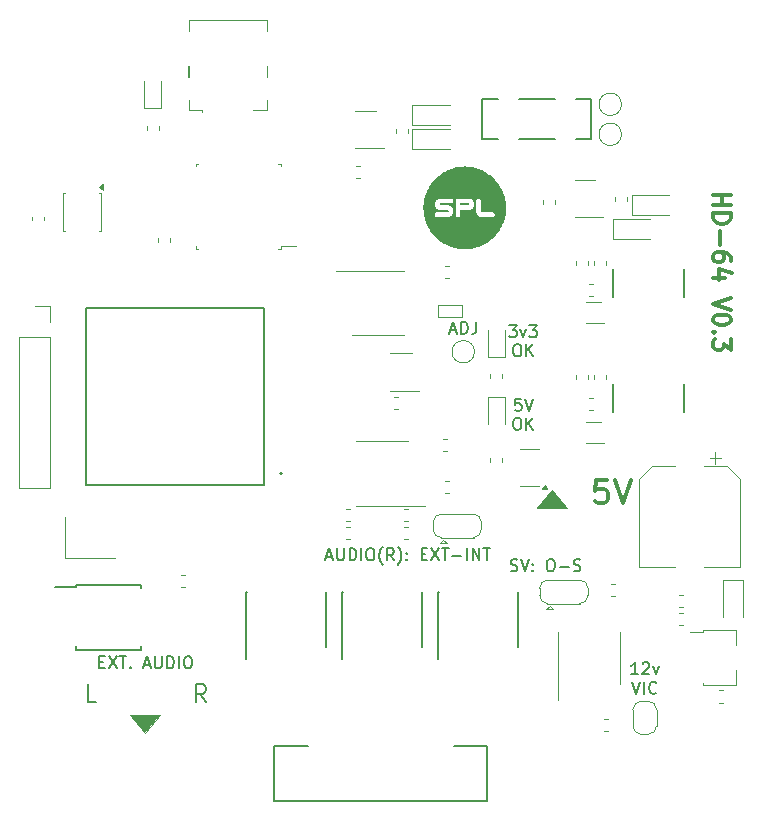
<source format=gbr>
%TF.GenerationSoftware,KiCad,Pcbnew,9.0.6*%
%TF.CreationDate,2025-12-06T17:10:21+01:00*%
%TF.ProjectId,hd_64_v0,68645f36-345f-4763-902e-6b696361645f,0.3*%
%TF.SameCoordinates,PX4737720PY55fe290*%
%TF.FileFunction,Legend,Top*%
%TF.FilePolarity,Positive*%
%FSLAX46Y46*%
G04 Gerber Fmt 4.6, Leading zero omitted, Abs format (unit mm)*
G04 Created by KiCad (PCBNEW 9.0.6) date 2025-12-06 17:10:21*
%MOMM*%
%LPD*%
G01*
G04 APERTURE LIST*
%ADD10C,0.120000*%
%ADD11C,0.300000*%
%ADD12C,0.200000*%
%ADD13C,0.000000*%
%ADD14C,0.150000*%
%ADD15C,0.127000*%
%ADD16C,0.152400*%
G04 APERTURE END LIST*
D10*
X11811000Y5715000D02*
X10541000Y7239000D01*
X13081000Y7239000D01*
X11811000Y5715000D01*
G36*
X11811000Y5715000D02*
G01*
X10541000Y7239000D01*
X13081000Y7239000D01*
X11811000Y5715000D01*
G37*
X47498000Y24765000D02*
X44958000Y24765000D01*
X46228000Y26289000D01*
X47498000Y24765000D01*
G36*
X47498000Y24765000D02*
G01*
X44958000Y24765000D01*
X46228000Y26289000D01*
X47498000Y24765000D01*
G37*
D11*
X50901939Y27152362D02*
X49949558Y27152362D01*
X49949558Y27152362D02*
X49854320Y26199981D01*
X49854320Y26199981D02*
X49949558Y26295220D01*
X49949558Y26295220D02*
X50140034Y26390458D01*
X50140034Y26390458D02*
X50616225Y26390458D01*
X50616225Y26390458D02*
X50806701Y26295220D01*
X50806701Y26295220D02*
X50901939Y26199981D01*
X50901939Y26199981D02*
X50997177Y26009505D01*
X50997177Y26009505D02*
X50997177Y25533315D01*
X50997177Y25533315D02*
X50901939Y25342839D01*
X50901939Y25342839D02*
X50806701Y25247600D01*
X50806701Y25247600D02*
X50616225Y25152362D01*
X50616225Y25152362D02*
X50140034Y25152362D01*
X50140034Y25152362D02*
X49949558Y25247600D01*
X49949558Y25247600D02*
X49854320Y25342839D01*
X51568606Y27152362D02*
X52235272Y25152362D01*
X52235272Y25152362D02*
X52901939Y27152362D01*
D12*
X42751619Y19450400D02*
X42894476Y19402781D01*
X42894476Y19402781D02*
X43132571Y19402781D01*
X43132571Y19402781D02*
X43227809Y19450400D01*
X43227809Y19450400D02*
X43275428Y19498020D01*
X43275428Y19498020D02*
X43323047Y19593258D01*
X43323047Y19593258D02*
X43323047Y19688496D01*
X43323047Y19688496D02*
X43275428Y19783734D01*
X43275428Y19783734D02*
X43227809Y19831353D01*
X43227809Y19831353D02*
X43132571Y19878972D01*
X43132571Y19878972D02*
X42942095Y19926591D01*
X42942095Y19926591D02*
X42846857Y19974210D01*
X42846857Y19974210D02*
X42799238Y20021829D01*
X42799238Y20021829D02*
X42751619Y20117067D01*
X42751619Y20117067D02*
X42751619Y20212305D01*
X42751619Y20212305D02*
X42799238Y20307543D01*
X42799238Y20307543D02*
X42846857Y20355162D01*
X42846857Y20355162D02*
X42942095Y20402781D01*
X42942095Y20402781D02*
X43180190Y20402781D01*
X43180190Y20402781D02*
X43323047Y20355162D01*
X43608762Y20402781D02*
X43942095Y19402781D01*
X43942095Y19402781D02*
X44275428Y20402781D01*
X44608762Y19498020D02*
X44656381Y19450400D01*
X44656381Y19450400D02*
X44608762Y19402781D01*
X44608762Y19402781D02*
X44561143Y19450400D01*
X44561143Y19450400D02*
X44608762Y19498020D01*
X44608762Y19498020D02*
X44608762Y19402781D01*
X44608762Y20021829D02*
X44656381Y19974210D01*
X44656381Y19974210D02*
X44608762Y19926591D01*
X44608762Y19926591D02*
X44561143Y19974210D01*
X44561143Y19974210D02*
X44608762Y20021829D01*
X44608762Y20021829D02*
X44608762Y19926591D01*
X46037333Y20402781D02*
X46227809Y20402781D01*
X46227809Y20402781D02*
X46323047Y20355162D01*
X46323047Y20355162D02*
X46418285Y20259924D01*
X46418285Y20259924D02*
X46465904Y20069448D01*
X46465904Y20069448D02*
X46465904Y19736115D01*
X46465904Y19736115D02*
X46418285Y19545639D01*
X46418285Y19545639D02*
X46323047Y19450400D01*
X46323047Y19450400D02*
X46227809Y19402781D01*
X46227809Y19402781D02*
X46037333Y19402781D01*
X46037333Y19402781D02*
X45942095Y19450400D01*
X45942095Y19450400D02*
X45846857Y19545639D01*
X45846857Y19545639D02*
X45799238Y19736115D01*
X45799238Y19736115D02*
X45799238Y20069448D01*
X45799238Y20069448D02*
X45846857Y20259924D01*
X45846857Y20259924D02*
X45942095Y20355162D01*
X45942095Y20355162D02*
X46037333Y20402781D01*
X46894476Y19783734D02*
X47656381Y19783734D01*
X48084952Y19450400D02*
X48227809Y19402781D01*
X48227809Y19402781D02*
X48465904Y19402781D01*
X48465904Y19402781D02*
X48561142Y19450400D01*
X48561142Y19450400D02*
X48608761Y19498020D01*
X48608761Y19498020D02*
X48656380Y19593258D01*
X48656380Y19593258D02*
X48656380Y19688496D01*
X48656380Y19688496D02*
X48608761Y19783734D01*
X48608761Y19783734D02*
X48561142Y19831353D01*
X48561142Y19831353D02*
X48465904Y19878972D01*
X48465904Y19878972D02*
X48275428Y19926591D01*
X48275428Y19926591D02*
X48180190Y19974210D01*
X48180190Y19974210D02*
X48132571Y20021829D01*
X48132571Y20021829D02*
X48084952Y20117067D01*
X48084952Y20117067D02*
X48084952Y20212305D01*
X48084952Y20212305D02*
X48132571Y20307543D01*
X48132571Y20307543D02*
X48180190Y20355162D01*
X48180190Y20355162D02*
X48275428Y20402781D01*
X48275428Y20402781D02*
X48513523Y20402781D01*
X48513523Y20402781D02*
X48656380Y20355162D01*
D11*
X59889171Y51261490D02*
X61389171Y51261490D01*
X60674885Y51261490D02*
X60674885Y50404347D01*
X59889171Y50404347D02*
X61389171Y50404347D01*
X59889171Y49690061D02*
X61389171Y49690061D01*
X61389171Y49690061D02*
X61389171Y49332918D01*
X61389171Y49332918D02*
X61317742Y49118632D01*
X61317742Y49118632D02*
X61174885Y48975775D01*
X61174885Y48975775D02*
X61032028Y48904346D01*
X61032028Y48904346D02*
X60746314Y48832918D01*
X60746314Y48832918D02*
X60532028Y48832918D01*
X60532028Y48832918D02*
X60246314Y48904346D01*
X60246314Y48904346D02*
X60103457Y48975775D01*
X60103457Y48975775D02*
X59960600Y49118632D01*
X59960600Y49118632D02*
X59889171Y49332918D01*
X59889171Y49332918D02*
X59889171Y49690061D01*
X60460600Y48190061D02*
X60460600Y47047203D01*
X61389171Y45690060D02*
X61389171Y45975775D01*
X61389171Y45975775D02*
X61317742Y46118632D01*
X61317742Y46118632D02*
X61246314Y46190060D01*
X61246314Y46190060D02*
X61032028Y46332918D01*
X61032028Y46332918D02*
X60746314Y46404346D01*
X60746314Y46404346D02*
X60174885Y46404346D01*
X60174885Y46404346D02*
X60032028Y46332918D01*
X60032028Y46332918D02*
X59960600Y46261489D01*
X59960600Y46261489D02*
X59889171Y46118632D01*
X59889171Y46118632D02*
X59889171Y45832918D01*
X59889171Y45832918D02*
X59960600Y45690060D01*
X59960600Y45690060D02*
X60032028Y45618632D01*
X60032028Y45618632D02*
X60174885Y45547203D01*
X60174885Y45547203D02*
X60532028Y45547203D01*
X60532028Y45547203D02*
X60674885Y45618632D01*
X60674885Y45618632D02*
X60746314Y45690060D01*
X60746314Y45690060D02*
X60817742Y45832918D01*
X60817742Y45832918D02*
X60817742Y46118632D01*
X60817742Y46118632D02*
X60746314Y46261489D01*
X60746314Y46261489D02*
X60674885Y46332918D01*
X60674885Y46332918D02*
X60532028Y46404346D01*
X60889171Y44261489D02*
X59889171Y44261489D01*
X61460600Y44618632D02*
X60389171Y44975775D01*
X60389171Y44975775D02*
X60389171Y44047204D01*
X61389171Y42547204D02*
X59889171Y42047204D01*
X59889171Y42047204D02*
X61389171Y41547204D01*
X61389171Y40761490D02*
X61389171Y40618633D01*
X61389171Y40618633D02*
X61317742Y40475776D01*
X61317742Y40475776D02*
X61246314Y40404347D01*
X61246314Y40404347D02*
X61103457Y40332919D01*
X61103457Y40332919D02*
X60817742Y40261490D01*
X60817742Y40261490D02*
X60460600Y40261490D01*
X60460600Y40261490D02*
X60174885Y40332919D01*
X60174885Y40332919D02*
X60032028Y40404347D01*
X60032028Y40404347D02*
X59960600Y40475776D01*
X59960600Y40475776D02*
X59889171Y40618633D01*
X59889171Y40618633D02*
X59889171Y40761490D01*
X59889171Y40761490D02*
X59960600Y40904347D01*
X59960600Y40904347D02*
X60032028Y40975776D01*
X60032028Y40975776D02*
X60174885Y41047205D01*
X60174885Y41047205D02*
X60460600Y41118633D01*
X60460600Y41118633D02*
X60817742Y41118633D01*
X60817742Y41118633D02*
X61103457Y41047205D01*
X61103457Y41047205D02*
X61246314Y40975776D01*
X61246314Y40975776D02*
X61317742Y40904347D01*
X61317742Y40904347D02*
X61389171Y40761490D01*
X60032028Y39618634D02*
X59960600Y39547205D01*
X59960600Y39547205D02*
X59889171Y39618634D01*
X59889171Y39618634D02*
X59960600Y39690062D01*
X59960600Y39690062D02*
X60032028Y39618634D01*
X60032028Y39618634D02*
X59889171Y39618634D01*
X61389171Y39047205D02*
X61389171Y38118633D01*
X61389171Y38118633D02*
X60817742Y38618633D01*
X60817742Y38618633D02*
X60817742Y38404348D01*
X60817742Y38404348D02*
X60746314Y38261490D01*
X60746314Y38261490D02*
X60674885Y38190062D01*
X60674885Y38190062D02*
X60532028Y38118633D01*
X60532028Y38118633D02*
X60174885Y38118633D01*
X60174885Y38118633D02*
X60032028Y38190062D01*
X60032028Y38190062D02*
X59960600Y38261490D01*
X59960600Y38261490D02*
X59889171Y38404348D01*
X59889171Y38404348D02*
X59889171Y38832919D01*
X59889171Y38832919D02*
X59960600Y38975776D01*
X59960600Y38975776D02*
X60032028Y39047205D01*
D12*
X7680006Y8321972D02*
X6965720Y8321972D01*
X6965720Y8321972D02*
X6965720Y9821972D01*
X53530571Y10673781D02*
X52959143Y10673781D01*
X53244857Y10673781D02*
X53244857Y11673781D01*
X53244857Y11673781D02*
X53149619Y11530924D01*
X53149619Y11530924D02*
X53054381Y11435686D01*
X53054381Y11435686D02*
X52959143Y11388067D01*
X53911524Y11578543D02*
X53959143Y11626162D01*
X53959143Y11626162D02*
X54054381Y11673781D01*
X54054381Y11673781D02*
X54292476Y11673781D01*
X54292476Y11673781D02*
X54387714Y11626162D01*
X54387714Y11626162D02*
X54435333Y11578543D01*
X54435333Y11578543D02*
X54482952Y11483305D01*
X54482952Y11483305D02*
X54482952Y11388067D01*
X54482952Y11388067D02*
X54435333Y11245210D01*
X54435333Y11245210D02*
X53863905Y10673781D01*
X53863905Y10673781D02*
X54482952Y10673781D01*
X54816286Y11340448D02*
X55054381Y10673781D01*
X55054381Y10673781D02*
X55292476Y11340448D01*
X37660054Y39788496D02*
X38136244Y39788496D01*
X37564816Y39502781D02*
X37898149Y40502781D01*
X37898149Y40502781D02*
X38231482Y39502781D01*
X38564816Y39502781D02*
X38564816Y40502781D01*
X38564816Y40502781D02*
X38802911Y40502781D01*
X38802911Y40502781D02*
X38945768Y40455162D01*
X38945768Y40455162D02*
X39041006Y40359924D01*
X39041006Y40359924D02*
X39088625Y40264686D01*
X39088625Y40264686D02*
X39136244Y40074210D01*
X39136244Y40074210D02*
X39136244Y39931353D01*
X39136244Y39931353D02*
X39088625Y39740877D01*
X39088625Y39740877D02*
X39041006Y39645639D01*
X39041006Y39645639D02*
X38945768Y39550400D01*
X38945768Y39550400D02*
X38802911Y39502781D01*
X38802911Y39502781D02*
X38564816Y39502781D01*
X39850530Y40502781D02*
X39850530Y39788496D01*
X39850530Y39788496D02*
X39802911Y39645639D01*
X39802911Y39645639D02*
X39707673Y39550400D01*
X39707673Y39550400D02*
X39564816Y39502781D01*
X39564816Y39502781D02*
X39469578Y39502781D01*
X53030572Y10022781D02*
X53363905Y9022781D01*
X53363905Y9022781D02*
X53697238Y10022781D01*
X54030572Y9022781D02*
X54030572Y10022781D01*
X55078190Y9118020D02*
X55030571Y9070400D01*
X55030571Y9070400D02*
X54887714Y9022781D01*
X54887714Y9022781D02*
X54792476Y9022781D01*
X54792476Y9022781D02*
X54649619Y9070400D01*
X54649619Y9070400D02*
X54554381Y9165639D01*
X54554381Y9165639D02*
X54506762Y9260877D01*
X54506762Y9260877D02*
X54459143Y9451353D01*
X54459143Y9451353D02*
X54459143Y9594210D01*
X54459143Y9594210D02*
X54506762Y9784686D01*
X54506762Y9784686D02*
X54554381Y9879924D01*
X54554381Y9879924D02*
X54649619Y9975162D01*
X54649619Y9975162D02*
X54792476Y10022781D01*
X54792476Y10022781D02*
X54887714Y10022781D01*
X54887714Y10022781D02*
X55030571Y9975162D01*
X55030571Y9975162D02*
X55078190Y9927543D01*
X43624523Y33984725D02*
X43148333Y33984725D01*
X43148333Y33984725D02*
X43100714Y33508535D01*
X43100714Y33508535D02*
X43148333Y33556154D01*
X43148333Y33556154D02*
X43243571Y33603773D01*
X43243571Y33603773D02*
X43481666Y33603773D01*
X43481666Y33603773D02*
X43576904Y33556154D01*
X43576904Y33556154D02*
X43624523Y33508535D01*
X43624523Y33508535D02*
X43672142Y33413297D01*
X43672142Y33413297D02*
X43672142Y33175202D01*
X43672142Y33175202D02*
X43624523Y33079964D01*
X43624523Y33079964D02*
X43576904Y33032344D01*
X43576904Y33032344D02*
X43481666Y32984725D01*
X43481666Y32984725D02*
X43243571Y32984725D01*
X43243571Y32984725D02*
X43148333Y33032344D01*
X43148333Y33032344D02*
X43100714Y33079964D01*
X43957857Y33984725D02*
X44291190Y32984725D01*
X44291190Y32984725D02*
X44624523Y33984725D01*
X43219762Y32374781D02*
X43410238Y32374781D01*
X43410238Y32374781D02*
X43505476Y32327162D01*
X43505476Y32327162D02*
X43600714Y32231924D01*
X43600714Y32231924D02*
X43648333Y32041448D01*
X43648333Y32041448D02*
X43648333Y31708115D01*
X43648333Y31708115D02*
X43600714Y31517639D01*
X43600714Y31517639D02*
X43505476Y31422400D01*
X43505476Y31422400D02*
X43410238Y31374781D01*
X43410238Y31374781D02*
X43219762Y31374781D01*
X43219762Y31374781D02*
X43124524Y31422400D01*
X43124524Y31422400D02*
X43029286Y31517639D01*
X43029286Y31517639D02*
X42981667Y31708115D01*
X42981667Y31708115D02*
X42981667Y32041448D01*
X42981667Y32041448D02*
X43029286Y32231924D01*
X43029286Y32231924D02*
X43124524Y32327162D01*
X43124524Y32327162D02*
X43219762Y32374781D01*
X44076905Y31374781D02*
X44076905Y32374781D01*
X44648333Y31374781D02*
X44219762Y31946210D01*
X44648333Y32374781D02*
X44076905Y31803353D01*
X42624524Y40207725D02*
X43243571Y40207725D01*
X43243571Y40207725D02*
X42910238Y39826773D01*
X42910238Y39826773D02*
X43053095Y39826773D01*
X43053095Y39826773D02*
X43148333Y39779154D01*
X43148333Y39779154D02*
X43195952Y39731535D01*
X43195952Y39731535D02*
X43243571Y39636297D01*
X43243571Y39636297D02*
X43243571Y39398202D01*
X43243571Y39398202D02*
X43195952Y39302964D01*
X43195952Y39302964D02*
X43148333Y39255344D01*
X43148333Y39255344D02*
X43053095Y39207725D01*
X43053095Y39207725D02*
X42767381Y39207725D01*
X42767381Y39207725D02*
X42672143Y39255344D01*
X42672143Y39255344D02*
X42624524Y39302964D01*
X43576905Y39874392D02*
X43815000Y39207725D01*
X43815000Y39207725D02*
X44053095Y39874392D01*
X44338810Y40207725D02*
X44957857Y40207725D01*
X44957857Y40207725D02*
X44624524Y39826773D01*
X44624524Y39826773D02*
X44767381Y39826773D01*
X44767381Y39826773D02*
X44862619Y39779154D01*
X44862619Y39779154D02*
X44910238Y39731535D01*
X44910238Y39731535D02*
X44957857Y39636297D01*
X44957857Y39636297D02*
X44957857Y39398202D01*
X44957857Y39398202D02*
X44910238Y39302964D01*
X44910238Y39302964D02*
X44862619Y39255344D01*
X44862619Y39255344D02*
X44767381Y39207725D01*
X44767381Y39207725D02*
X44481667Y39207725D01*
X44481667Y39207725D02*
X44386429Y39255344D01*
X44386429Y39255344D02*
X44338810Y39302964D01*
X43219762Y38597781D02*
X43410238Y38597781D01*
X43410238Y38597781D02*
X43505476Y38550162D01*
X43505476Y38550162D02*
X43600714Y38454924D01*
X43600714Y38454924D02*
X43648333Y38264448D01*
X43648333Y38264448D02*
X43648333Y37931115D01*
X43648333Y37931115D02*
X43600714Y37740639D01*
X43600714Y37740639D02*
X43505476Y37645400D01*
X43505476Y37645400D02*
X43410238Y37597781D01*
X43410238Y37597781D02*
X43219762Y37597781D01*
X43219762Y37597781D02*
X43124524Y37645400D01*
X43124524Y37645400D02*
X43029286Y37740639D01*
X43029286Y37740639D02*
X42981667Y37931115D01*
X42981667Y37931115D02*
X42981667Y38264448D01*
X42981667Y38264448D02*
X43029286Y38454924D01*
X43029286Y38454924D02*
X43124524Y38550162D01*
X43124524Y38550162D02*
X43219762Y38597781D01*
X44076905Y37597781D02*
X44076905Y38597781D01*
X44648333Y37597781D02*
X44219762Y38169210D01*
X44648333Y38597781D02*
X44076905Y38026353D01*
X7906238Y11705591D02*
X8239571Y11705591D01*
X8382428Y11181781D02*
X7906238Y11181781D01*
X7906238Y11181781D02*
X7906238Y12181781D01*
X7906238Y12181781D02*
X8382428Y12181781D01*
X8715762Y12181781D02*
X9382428Y11181781D01*
X9382428Y12181781D02*
X8715762Y11181781D01*
X9620524Y12181781D02*
X10191952Y12181781D01*
X9906238Y11181781D02*
X9906238Y12181781D01*
X10525286Y11277020D02*
X10572905Y11229400D01*
X10572905Y11229400D02*
X10525286Y11181781D01*
X10525286Y11181781D02*
X10477667Y11229400D01*
X10477667Y11229400D02*
X10525286Y11277020D01*
X10525286Y11277020D02*
X10525286Y11181781D01*
X11715762Y11467496D02*
X12191952Y11467496D01*
X11620524Y11181781D02*
X11953857Y12181781D01*
X11953857Y12181781D02*
X12287190Y11181781D01*
X12620524Y12181781D02*
X12620524Y11372258D01*
X12620524Y11372258D02*
X12668143Y11277020D01*
X12668143Y11277020D02*
X12715762Y11229400D01*
X12715762Y11229400D02*
X12811000Y11181781D01*
X12811000Y11181781D02*
X13001476Y11181781D01*
X13001476Y11181781D02*
X13096714Y11229400D01*
X13096714Y11229400D02*
X13144333Y11277020D01*
X13144333Y11277020D02*
X13191952Y11372258D01*
X13191952Y11372258D02*
X13191952Y12181781D01*
X13668143Y11181781D02*
X13668143Y12181781D01*
X13668143Y12181781D02*
X13906238Y12181781D01*
X13906238Y12181781D02*
X14049095Y12134162D01*
X14049095Y12134162D02*
X14144333Y12038924D01*
X14144333Y12038924D02*
X14191952Y11943686D01*
X14191952Y11943686D02*
X14239571Y11753210D01*
X14239571Y11753210D02*
X14239571Y11610353D01*
X14239571Y11610353D02*
X14191952Y11419877D01*
X14191952Y11419877D02*
X14144333Y11324639D01*
X14144333Y11324639D02*
X14049095Y11229400D01*
X14049095Y11229400D02*
X13906238Y11181781D01*
X13906238Y11181781D02*
X13668143Y11181781D01*
X14668143Y11181781D02*
X14668143Y12181781D01*
X15334809Y12181781D02*
X15525285Y12181781D01*
X15525285Y12181781D02*
X15620523Y12134162D01*
X15620523Y12134162D02*
X15715761Y12038924D01*
X15715761Y12038924D02*
X15763380Y11848448D01*
X15763380Y11848448D02*
X15763380Y11515115D01*
X15763380Y11515115D02*
X15715761Y11324639D01*
X15715761Y11324639D02*
X15620523Y11229400D01*
X15620523Y11229400D02*
X15525285Y11181781D01*
X15525285Y11181781D02*
X15334809Y11181781D01*
X15334809Y11181781D02*
X15239571Y11229400D01*
X15239571Y11229400D02*
X15144333Y11324639D01*
X15144333Y11324639D02*
X15096714Y11515115D01*
X15096714Y11515115D02*
X15096714Y11848448D01*
X15096714Y11848448D02*
X15144333Y12038924D01*
X15144333Y12038924D02*
X15239571Y12134162D01*
X15239571Y12134162D02*
X15334809Y12181781D01*
X27155048Y20611496D02*
X27631238Y20611496D01*
X27059810Y20325781D02*
X27393143Y21325781D01*
X27393143Y21325781D02*
X27726476Y20325781D01*
X28059810Y21325781D02*
X28059810Y20516258D01*
X28059810Y20516258D02*
X28107429Y20421020D01*
X28107429Y20421020D02*
X28155048Y20373400D01*
X28155048Y20373400D02*
X28250286Y20325781D01*
X28250286Y20325781D02*
X28440762Y20325781D01*
X28440762Y20325781D02*
X28536000Y20373400D01*
X28536000Y20373400D02*
X28583619Y20421020D01*
X28583619Y20421020D02*
X28631238Y20516258D01*
X28631238Y20516258D02*
X28631238Y21325781D01*
X29107429Y20325781D02*
X29107429Y21325781D01*
X29107429Y21325781D02*
X29345524Y21325781D01*
X29345524Y21325781D02*
X29488381Y21278162D01*
X29488381Y21278162D02*
X29583619Y21182924D01*
X29583619Y21182924D02*
X29631238Y21087686D01*
X29631238Y21087686D02*
X29678857Y20897210D01*
X29678857Y20897210D02*
X29678857Y20754353D01*
X29678857Y20754353D02*
X29631238Y20563877D01*
X29631238Y20563877D02*
X29583619Y20468639D01*
X29583619Y20468639D02*
X29488381Y20373400D01*
X29488381Y20373400D02*
X29345524Y20325781D01*
X29345524Y20325781D02*
X29107429Y20325781D01*
X30107429Y20325781D02*
X30107429Y21325781D01*
X30774095Y21325781D02*
X30964571Y21325781D01*
X30964571Y21325781D02*
X31059809Y21278162D01*
X31059809Y21278162D02*
X31155047Y21182924D01*
X31155047Y21182924D02*
X31202666Y20992448D01*
X31202666Y20992448D02*
X31202666Y20659115D01*
X31202666Y20659115D02*
X31155047Y20468639D01*
X31155047Y20468639D02*
X31059809Y20373400D01*
X31059809Y20373400D02*
X30964571Y20325781D01*
X30964571Y20325781D02*
X30774095Y20325781D01*
X30774095Y20325781D02*
X30678857Y20373400D01*
X30678857Y20373400D02*
X30583619Y20468639D01*
X30583619Y20468639D02*
X30536000Y20659115D01*
X30536000Y20659115D02*
X30536000Y20992448D01*
X30536000Y20992448D02*
X30583619Y21182924D01*
X30583619Y21182924D02*
X30678857Y21278162D01*
X30678857Y21278162D02*
X30774095Y21325781D01*
X31916952Y19944829D02*
X31869333Y19992448D01*
X31869333Y19992448D02*
X31774095Y20135305D01*
X31774095Y20135305D02*
X31726476Y20230543D01*
X31726476Y20230543D02*
X31678857Y20373400D01*
X31678857Y20373400D02*
X31631238Y20611496D01*
X31631238Y20611496D02*
X31631238Y20801972D01*
X31631238Y20801972D02*
X31678857Y21040067D01*
X31678857Y21040067D02*
X31726476Y21182924D01*
X31726476Y21182924D02*
X31774095Y21278162D01*
X31774095Y21278162D02*
X31869333Y21421020D01*
X31869333Y21421020D02*
X31916952Y21468639D01*
X32869333Y20325781D02*
X32536000Y20801972D01*
X32297905Y20325781D02*
X32297905Y21325781D01*
X32297905Y21325781D02*
X32678857Y21325781D01*
X32678857Y21325781D02*
X32774095Y21278162D01*
X32774095Y21278162D02*
X32821714Y21230543D01*
X32821714Y21230543D02*
X32869333Y21135305D01*
X32869333Y21135305D02*
X32869333Y20992448D01*
X32869333Y20992448D02*
X32821714Y20897210D01*
X32821714Y20897210D02*
X32774095Y20849591D01*
X32774095Y20849591D02*
X32678857Y20801972D01*
X32678857Y20801972D02*
X32297905Y20801972D01*
X33202667Y19944829D02*
X33250286Y19992448D01*
X33250286Y19992448D02*
X33345524Y20135305D01*
X33345524Y20135305D02*
X33393143Y20230543D01*
X33393143Y20230543D02*
X33440762Y20373400D01*
X33440762Y20373400D02*
X33488381Y20611496D01*
X33488381Y20611496D02*
X33488381Y20801972D01*
X33488381Y20801972D02*
X33440762Y21040067D01*
X33440762Y21040067D02*
X33393143Y21182924D01*
X33393143Y21182924D02*
X33345524Y21278162D01*
X33345524Y21278162D02*
X33250286Y21421020D01*
X33250286Y21421020D02*
X33202667Y21468639D01*
X33964572Y20421020D02*
X34012191Y20373400D01*
X34012191Y20373400D02*
X33964572Y20325781D01*
X33964572Y20325781D02*
X33916953Y20373400D01*
X33916953Y20373400D02*
X33964572Y20421020D01*
X33964572Y20421020D02*
X33964572Y20325781D01*
X33964572Y20944829D02*
X34012191Y20897210D01*
X34012191Y20897210D02*
X33964572Y20849591D01*
X33964572Y20849591D02*
X33916953Y20897210D01*
X33916953Y20897210D02*
X33964572Y20944829D01*
X33964572Y20944829D02*
X33964572Y20849591D01*
X35202667Y20849591D02*
X35536000Y20849591D01*
X35678857Y20325781D02*
X35202667Y20325781D01*
X35202667Y20325781D02*
X35202667Y21325781D01*
X35202667Y21325781D02*
X35678857Y21325781D01*
X36012191Y21325781D02*
X36678857Y20325781D01*
X36678857Y21325781D02*
X36012191Y20325781D01*
X36916953Y21325781D02*
X37488381Y21325781D01*
X37202667Y20325781D02*
X37202667Y21325781D01*
X37821715Y20706734D02*
X38583620Y20706734D01*
X39059810Y20325781D02*
X39059810Y21325781D01*
X39536000Y20325781D02*
X39536000Y21325781D01*
X39536000Y21325781D02*
X40107428Y20325781D01*
X40107428Y20325781D02*
X40107428Y21325781D01*
X40440762Y21325781D02*
X41012190Y21325781D01*
X40726476Y20325781D02*
X40726476Y21325781D01*
X16966863Y8321972D02*
X16466863Y9036258D01*
X16109720Y8321972D02*
X16109720Y9821972D01*
X16109720Y9821972D02*
X16681149Y9821972D01*
X16681149Y9821972D02*
X16824006Y9750543D01*
X16824006Y9750543D02*
X16895435Y9679115D01*
X16895435Y9679115D02*
X16966863Y9536258D01*
X16966863Y9536258D02*
X16966863Y9321972D01*
X16966863Y9321972D02*
X16895435Y9179115D01*
X16895435Y9179115D02*
X16824006Y9107686D01*
X16824006Y9107686D02*
X16681149Y9036258D01*
X16681149Y9036258D02*
X16109720Y9036258D01*
D10*
X2214000Y49094721D02*
X2214000Y49420281D01*
X3234000Y49094721D02*
X3234000Y49420281D01*
D13*
G36*
X38835798Y50542479D02*
G01*
X39182954Y50541858D01*
X39198403Y50534252D01*
X39215456Y50523732D01*
X39229011Y50510454D01*
X39239748Y50493739D01*
X39240587Y50492068D01*
X39244335Y50483987D01*
X39246604Y50477311D01*
X39247755Y50470297D01*
X39248152Y50461203D01*
X39248181Y50455568D01*
X39247986Y50444670D01*
X39247181Y50436665D01*
X39245416Y50429786D01*
X39242338Y50422265D01*
X39240978Y50419350D01*
X39230884Y50402962D01*
X39217502Y50388649D01*
X39201937Y50377540D01*
X39198197Y50375573D01*
X39185188Y50369180D01*
X38836915Y50368559D01*
X38488642Y50367939D01*
X38488642Y50455519D01*
X38488642Y50543099D01*
X38835798Y50542479D01*
G37*
G36*
X38964041Y53662572D02*
G01*
X39052940Y53659090D01*
X39123351Y53654617D01*
X39251305Y53642664D01*
X39378302Y53626154D01*
X39504259Y53605113D01*
X39629095Y53579565D01*
X39752730Y53549536D01*
X39875081Y53515051D01*
X39996067Y53476136D01*
X40115608Y53432815D01*
X40233622Y53385114D01*
X40350028Y53333059D01*
X40464744Y53276674D01*
X40577689Y53215984D01*
X40629405Y53186409D01*
X40737597Y53120635D01*
X40843228Y53050992D01*
X40946196Y52977573D01*
X41046402Y52900475D01*
X41143744Y52819792D01*
X41238122Y52735620D01*
X41329436Y52648053D01*
X41417585Y52557186D01*
X41502469Y52463115D01*
X41583987Y52365935D01*
X41662039Y52265741D01*
X41736524Y52162628D01*
X41782160Y52095324D01*
X41832214Y52017837D01*
X41878669Y51942148D01*
X41921897Y51867607D01*
X41962271Y51793560D01*
X42000162Y51719355D01*
X42020066Y51678266D01*
X42073301Y51561233D01*
X42121941Y51443752D01*
X42166030Y51325658D01*
X42205608Y51206782D01*
X42240721Y51086957D01*
X42271410Y50966016D01*
X42297719Y50843792D01*
X42319690Y50720119D01*
X42337367Y50594828D01*
X42350793Y50467753D01*
X42358725Y50361013D01*
X42359646Y50342463D01*
X42360430Y50319923D01*
X42361079Y50294026D01*
X42361593Y50265407D01*
X42361971Y50234699D01*
X42362214Y50202535D01*
X42362321Y50169550D01*
X42362293Y50136376D01*
X42362130Y50103648D01*
X42361833Y50071999D01*
X42361400Y50042063D01*
X42360832Y50014474D01*
X42360130Y49989865D01*
X42359293Y49968870D01*
X42358668Y49957320D01*
X42348386Y49828271D01*
X42333593Y49700331D01*
X42314311Y49573563D01*
X42290559Y49448034D01*
X42262360Y49323808D01*
X42229733Y49200952D01*
X42192700Y49079529D01*
X42151281Y48959606D01*
X42105498Y48841248D01*
X42055371Y48724519D01*
X42000920Y48609487D01*
X41942168Y48496215D01*
X41879133Y48384769D01*
X41832993Y48308711D01*
X41763882Y48202328D01*
X41690923Y48098560D01*
X41614188Y47997491D01*
X41533749Y47899203D01*
X41449677Y47803778D01*
X41362045Y47711300D01*
X41270924Y47621850D01*
X41176385Y47535511D01*
X41113815Y47481668D01*
X41016592Y47402834D01*
X40917098Y47327914D01*
X40814947Y47256632D01*
X40709751Y47188714D01*
X40660845Y47158892D01*
X40550302Y47095390D01*
X40437750Y47036080D01*
X40323301Y46980995D01*
X40207066Y46930170D01*
X40089156Y46883639D01*
X39969682Y46841436D01*
X39848756Y46803594D01*
X39726488Y46770148D01*
X39602990Y46741131D01*
X39478374Y46716578D01*
X39352750Y46696522D01*
X39226230Y46680998D01*
X39098924Y46670039D01*
X39051013Y46667114D01*
X39040100Y46666673D01*
X39025061Y46666289D01*
X39006435Y46665961D01*
X38984760Y46665691D01*
X38960577Y46665476D01*
X38934424Y46665318D01*
X38906843Y46665215D01*
X38878371Y46665168D01*
X38849549Y46665176D01*
X38820917Y46665239D01*
X38793013Y46665356D01*
X38766377Y46665528D01*
X38741550Y46665753D01*
X38719069Y46666032D01*
X38699475Y46666365D01*
X38683308Y46666750D01*
X38671107Y46667188D01*
X38668321Y46667328D01*
X38542828Y46676599D01*
X38417502Y46690492D01*
X38292538Y46708964D01*
X38168128Y46731969D01*
X38044467Y46759464D01*
X37921749Y46791404D01*
X37800166Y46827745D01*
X37679912Y46868443D01*
X37561182Y46913453D01*
X37520245Y46930125D01*
X37423010Y46972310D01*
X37325711Y47018190D01*
X37229094Y47067357D01*
X37133906Y47119399D01*
X37040892Y47173907D01*
X36950799Y47230470D01*
X36864373Y47288680D01*
X36852868Y47296754D01*
X36763768Y47361547D01*
X36678404Y47427677D01*
X36595879Y47495894D01*
X36515300Y47566947D01*
X36435771Y47641586D01*
X36402865Y47673791D01*
X36316421Y47762225D01*
X36234181Y47852211D01*
X36155845Y47944133D01*
X36081118Y48038376D01*
X36009700Y48135323D01*
X35941296Y48235358D01*
X35875607Y48338865D01*
X35835082Y48406718D01*
X35773849Y48516292D01*
X35716655Y48628129D01*
X35663550Y48742072D01*
X35614584Y48857960D01*
X35569807Y48975636D01*
X35529268Y49094940D01*
X35493018Y49215714D01*
X35461106Y49337799D01*
X35433583Y49461036D01*
X35410498Y49585266D01*
X35391901Y49710331D01*
X35377843Y49836072D01*
X35374760Y49870981D01*
X35372865Y49894420D01*
X35371229Y49916309D01*
X35369811Y49937446D01*
X35368571Y49958626D01*
X35367468Y49980645D01*
X35366462Y50004298D01*
X35365512Y50030383D01*
X35364578Y50059695D01*
X35363807Y50086290D01*
X35362694Y50208849D01*
X35366213Y50331971D01*
X35373834Y50447602D01*
X36326447Y50447602D01*
X36326982Y50423496D01*
X36328324Y50401213D01*
X36330481Y50382017D01*
X36330988Y50378799D01*
X36341213Y50331163D01*
X36355619Y50285394D01*
X36374039Y50241699D01*
X36396304Y50200287D01*
X36422245Y50161365D01*
X36451695Y50125143D01*
X36484485Y50091826D01*
X36520446Y50061625D01*
X36559410Y50034746D01*
X36601208Y50011398D01*
X36643692Y49992559D01*
X36668745Y49983779D01*
X36696746Y49975737D01*
X36725984Y49968895D01*
X36745572Y49965182D01*
X36749270Y49964598D01*
X36753333Y49964068D01*
X36758005Y49963588D01*
X36763529Y49963155D01*
X36770147Y49962764D01*
X36778103Y49962413D01*
X36787640Y49962097D01*
X36799001Y49961812D01*
X36812428Y49961555D01*
X36828166Y49961322D01*
X36846456Y49961110D01*
X36867542Y49960914D01*
X36891668Y49960731D01*
X36919075Y49960557D01*
X36950008Y49960389D01*
X36984708Y49960223D01*
X37023420Y49960054D01*
X37066385Y49959879D01*
X37099051Y49959752D01*
X37145378Y49959579D01*
X37187274Y49959428D01*
X37224973Y49959287D01*
X37258710Y49959146D01*
X37288722Y49958995D01*
X37315243Y49958823D01*
X37338508Y49958618D01*
X37358753Y49958371D01*
X37376212Y49958071D01*
X37391122Y49957707D01*
X37403717Y49957268D01*
X37414232Y49956744D01*
X37422903Y49956125D01*
X37429965Y49955399D01*
X37435653Y49954555D01*
X37440202Y49953584D01*
X37443847Y49952475D01*
X37446825Y49951216D01*
X37449369Y49949798D01*
X37451715Y49948209D01*
X37454098Y49946439D01*
X37456754Y49944478D01*
X37458165Y49943486D01*
X37469988Y49933827D01*
X37479443Y49922341D01*
X37487662Y49907642D01*
X37488031Y49906862D01*
X37491962Y49897366D01*
X37494042Y49888691D01*
X37494791Y49878424D01*
X37494831Y49875284D01*
X37494603Y49862834D01*
X37493492Y49853224D01*
X37491083Y49844649D01*
X37486958Y49835306D01*
X37484517Y49830534D01*
X37474717Y49816213D01*
X37461664Y49803517D01*
X37446760Y49793714D01*
X37440907Y49791014D01*
X37428073Y49785808D01*
X36963709Y49784568D01*
X36499345Y49783327D01*
X36482166Y49778316D01*
X36452145Y49767330D01*
X36424893Y49752842D01*
X36400628Y49735134D01*
X36379568Y49714491D01*
X36361932Y49691197D01*
X36347939Y49665536D01*
X36337806Y49637791D01*
X36331753Y49608247D01*
X36329973Y49580461D01*
X36332214Y49549525D01*
X36338815Y49519970D01*
X36349595Y49492107D01*
X36364373Y49466244D01*
X36382967Y49442690D01*
X36405195Y49421756D01*
X36430877Y49403749D01*
X36435174Y49401229D01*
X36444229Y49396818D01*
X36456340Y49391962D01*
X36469994Y49387175D01*
X36483680Y49382971D01*
X36495887Y49379865D01*
X36500776Y49378914D01*
X36504388Y49378698D01*
X36512451Y49378486D01*
X36524749Y49378279D01*
X36541065Y49378078D01*
X36561183Y49377885D01*
X36584889Y49377700D01*
X36611964Y49377525D01*
X36642193Y49377360D01*
X36675361Y49377208D01*
X36711250Y49377068D01*
X36749646Y49376942D01*
X36790331Y49376831D01*
X36833089Y49376736D01*
X36877705Y49376658D01*
X36923962Y49376598D01*
X36971645Y49376557D01*
X36976613Y49376554D01*
X37032223Y49376525D01*
X37083364Y49376506D01*
X37130234Y49376499D01*
X37173030Y49376505D01*
X37211952Y49376526D01*
X37247196Y49376562D01*
X37278961Y49376616D01*
X37307444Y49376688D01*
X37332844Y49376780D01*
X37355358Y49376893D01*
X37375185Y49377028D01*
X37392522Y49377187D01*
X37407567Y49377372D01*
X37420518Y49377582D01*
X37431573Y49377821D01*
X37440931Y49378088D01*
X37448788Y49378386D01*
X37455343Y49378716D01*
X37460794Y49379079D01*
X37465339Y49379476D01*
X37468754Y49379856D01*
X37516464Y49388065D01*
X37562616Y49400662D01*
X37607099Y49417596D01*
X37649799Y49438817D01*
X37690604Y49464275D01*
X37729401Y49493921D01*
X37734175Y49497980D01*
X37766159Y49528424D01*
X37795600Y49562344D01*
X37822151Y49599152D01*
X37845465Y49638259D01*
X37865194Y49679076D01*
X37880991Y49721013D01*
X37892508Y49763482D01*
X37893510Y49768213D01*
X37901230Y49816719D01*
X37904396Y49864758D01*
X37903041Y49912147D01*
X37897201Y49958699D01*
X37886911Y50004230D01*
X37872205Y50048554D01*
X37853119Y50091488D01*
X37829686Y50132846D01*
X37822687Y50143617D01*
X37797651Y50178027D01*
X37770087Y50210313D01*
X37740833Y50239549D01*
X37740584Y50239763D01*
X38080285Y50239763D01*
X38080286Y50176877D01*
X38080287Y50167932D01*
X38080301Y50098066D01*
X38080332Y50032155D01*
X38080382Y49970245D01*
X38080449Y49912382D01*
X38080533Y49858613D01*
X38080635Y49808983D01*
X38080754Y49763541D01*
X38080890Y49722331D01*
X38081043Y49685401D01*
X38081212Y49652796D01*
X38081397Y49624563D01*
X38081599Y49600749D01*
X38081817Y49581400D01*
X38082050Y49566562D01*
X38082299Y49556282D01*
X38082564Y49550607D01*
X38082661Y49549712D01*
X38089848Y49519281D01*
X38101202Y49490950D01*
X38116708Y49464745D01*
X38136355Y49440692D01*
X38145595Y49431466D01*
X38167020Y49413476D01*
X38189226Y49399497D01*
X38213375Y49388887D01*
X38234292Y49382542D01*
X38243810Y49380171D01*
X38251360Y49378549D01*
X38258190Y49377564D01*
X38265549Y49377105D01*
X38274686Y49377060D01*
X38286848Y49377319D01*
X38291463Y49377445D01*
X38309617Y49378337D01*
X38324029Y49379961D01*
X38335582Y49382420D01*
X38336966Y49382821D01*
X38359883Y49390569D01*
X38379449Y49399329D01*
X38396974Y49409839D01*
X38413766Y49422834D01*
X38423330Y49431466D01*
X38443022Y49452436D01*
X38458990Y49474935D01*
X38471798Y49499875D01*
X38481016Y49524932D01*
X38487433Y49545459D01*
X38488121Y49752500D01*
X38488340Y49818477D01*
X38488809Y49959540D01*
X38851000Y49960250D01*
X38900168Y49960344D01*
X38944909Y49960428D01*
X38985462Y49960511D01*
X39022066Y49960603D01*
X39054961Y49960712D01*
X39084386Y49960846D01*
X39110580Y49961014D01*
X39133784Y49961224D01*
X39154235Y49961486D01*
X39172174Y49961808D01*
X39187840Y49962199D01*
X39201473Y49962667D01*
X39213311Y49963221D01*
X39223595Y49963870D01*
X39232563Y49964622D01*
X39240456Y49965486D01*
X39247512Y49966470D01*
X39253970Y49967584D01*
X39260071Y49968836D01*
X39266054Y49970234D01*
X39272157Y49971788D01*
X39278621Y49973505D01*
X39285685Y49975395D01*
X39288176Y49976055D01*
X39334144Y49990546D01*
X39378042Y50009176D01*
X39419690Y50031813D01*
X39458906Y50058328D01*
X39495509Y50088590D01*
X39529318Y50122470D01*
X39560152Y50159838D01*
X39576739Y50183264D01*
X39587847Y50201276D01*
X39599373Y50222439D01*
X39610650Y50245367D01*
X39621010Y50268672D01*
X39629786Y50290965D01*
X39633056Y50300342D01*
X39645201Y50344084D01*
X39653238Y50389405D01*
X39657139Y50435622D01*
X39656877Y50482050D01*
X39652425Y50528004D01*
X39643844Y50572446D01*
X39630302Y50618262D01*
X39612661Y50662081D01*
X39591136Y50703681D01*
X39565943Y50742844D01*
X39537298Y50779349D01*
X39534588Y50782207D01*
X39831564Y50782207D01*
X39831564Y50300342D01*
X39831564Y49818477D01*
X39837019Y49788280D01*
X39847667Y49740957D01*
X39862105Y49696177D01*
X39880477Y49653574D01*
X39902929Y49612777D01*
X39910266Y49601166D01*
X39937810Y49563012D01*
X39968737Y49527813D01*
X40002726Y49495770D01*
X40039459Y49467086D01*
X40078615Y49441962D01*
X40119873Y49420600D01*
X40162915Y49403201D01*
X40207421Y49389968D01*
X40253069Y49381102D01*
X40260925Y49380043D01*
X40266534Y49379632D01*
X40276474Y49379243D01*
X40290471Y49378878D01*
X40308248Y49378536D01*
X40329531Y49378218D01*
X40354046Y49377923D01*
X40381516Y49377651D01*
X40411668Y49377404D01*
X40444225Y49377180D01*
X40478913Y49376981D01*
X40515457Y49376805D01*
X40553582Y49376654D01*
X40593013Y49376528D01*
X40633475Y49376425D01*
X40674692Y49376348D01*
X40716390Y49376295D01*
X40758294Y49376267D01*
X40800128Y49376264D01*
X40841618Y49376287D01*
X40882489Y49376334D01*
X40922465Y49376407D01*
X40961272Y49376506D01*
X40998634Y49376630D01*
X41034277Y49376780D01*
X41067926Y49376956D01*
X41099304Y49377158D01*
X41128139Y49377386D01*
X41154153Y49377640D01*
X41177073Y49377921D01*
X41196623Y49378228D01*
X41212529Y49378562D01*
X41224515Y49378922D01*
X41232306Y49379310D01*
X41235156Y49379604D01*
X41265530Y49387342D01*
X41293640Y49399052D01*
X41319233Y49414495D01*
X41342060Y49433432D01*
X41361870Y49455624D01*
X41378412Y49480834D01*
X41391435Y49508823D01*
X41400002Y49536445D01*
X41402556Y49551633D01*
X41403806Y49569648D01*
X41403776Y49588846D01*
X41402487Y49607580D01*
X41399962Y49624204D01*
X41398726Y49629465D01*
X41388505Y49659351D01*
X41374441Y49686734D01*
X41356778Y49711367D01*
X41335760Y49733004D01*
X41311630Y49751396D01*
X41284632Y49766297D01*
X41255008Y49777459D01*
X41252142Y49778294D01*
X41233989Y49783459D01*
X40769625Y49784634D01*
X40714688Y49784774D01*
X40664224Y49784909D01*
X40618039Y49785039D01*
X40575941Y49785168D01*
X40537735Y49785296D01*
X40503227Y49785426D01*
X40472225Y49785561D01*
X40444533Y49785701D01*
X40419960Y49785850D01*
X40398310Y49786010D01*
X40379391Y49786182D01*
X40363009Y49786370D01*
X40348970Y49786573D01*
X40337080Y49786796D01*
X40327145Y49787040D01*
X40318973Y49787307D01*
X40312369Y49787600D01*
X40307140Y49787920D01*
X40303092Y49788269D01*
X40300031Y49788650D01*
X40297764Y49789064D01*
X40296098Y49789515D01*
X40295319Y49789797D01*
X40277048Y49799497D01*
X40261776Y49812752D01*
X40249445Y49829617D01*
X40244882Y49838312D01*
X40239924Y49848812D01*
X40238757Y50315510D01*
X40237590Y50782207D01*
X40231145Y50802759D01*
X40219822Y50832210D01*
X40205214Y50858546D01*
X40187043Y50882221D01*
X40174417Y50895238D01*
X40151069Y50914311D01*
X40125433Y50929570D01*
X40098026Y50940869D01*
X40069363Y50948058D01*
X40039961Y50950989D01*
X40010335Y50949513D01*
X39994908Y50946933D01*
X39965272Y50938733D01*
X39938473Y50927014D01*
X39914007Y50911515D01*
X39894737Y50895238D01*
X39874311Y50872932D01*
X39857615Y50848235D01*
X39844370Y50820694D01*
X39838010Y50802759D01*
X39831564Y50782207D01*
X39534588Y50782207D01*
X39505416Y50812976D01*
X39470513Y50843506D01*
X39432804Y50870719D01*
X39392506Y50894394D01*
X39349833Y50914312D01*
X39305002Y50930252D01*
X39288348Y50934982D01*
X39281940Y50936716D01*
X39276166Y50938313D01*
X39270824Y50939780D01*
X39265713Y50941121D01*
X39260630Y50942344D01*
X39255373Y50943452D01*
X39249741Y50944452D01*
X39243532Y50945350D01*
X39236544Y50946150D01*
X39228574Y50946858D01*
X39219422Y50947480D01*
X39208884Y50948021D01*
X39196760Y50948487D01*
X39182846Y50948883D01*
X39166942Y50949216D01*
X39148845Y50949489D01*
X39128354Y50949710D01*
X39105266Y50949883D01*
X39079380Y50950015D01*
X39050493Y50950109D01*
X39018404Y50950173D01*
X38982911Y50950212D01*
X38943811Y50950231D01*
X38900904Y50950235D01*
X38853987Y50950231D01*
X38802857Y50950223D01*
X38747314Y50950218D01*
X38732492Y50950218D01*
X38249460Y50950218D01*
X38231137Y50944910D01*
X38201912Y50934158D01*
X38175059Y50919686D01*
X38150888Y50901823D01*
X38129712Y50880899D01*
X38111842Y50857243D01*
X38097590Y50831186D01*
X38087265Y50803057D01*
X38083772Y50788797D01*
X38083401Y50786593D01*
X38083057Y50783590D01*
X38082739Y50779619D01*
X38082445Y50774515D01*
X38082174Y50768110D01*
X38081927Y50760236D01*
X38081701Y50750727D01*
X38081496Y50739415D01*
X38081311Y50726133D01*
X38081145Y50710715D01*
X38080997Y50692992D01*
X38080866Y50672799D01*
X38080751Y50649966D01*
X38080652Y50624329D01*
X38080566Y50595719D01*
X38080494Y50563969D01*
X38080435Y50528912D01*
X38080387Y50490380D01*
X38080349Y50448208D01*
X38080321Y50402227D01*
X38080302Y50352271D01*
X38080290Y50298172D01*
X38080285Y50239763D01*
X37740584Y50239763D01*
X37718592Y50258675D01*
X37686113Y50282321D01*
X37650501Y50303963D01*
X37612894Y50323034D01*
X37574431Y50338966D01*
X37536251Y50351192D01*
X37529579Y50352934D01*
X37522284Y50354790D01*
X37515691Y50356470D01*
X37509548Y50357984D01*
X37503601Y50359341D01*
X37497598Y50360552D01*
X37491285Y50361625D01*
X37484408Y50362570D01*
X37476715Y50363397D01*
X37467951Y50364115D01*
X37457865Y50364733D01*
X37446202Y50365262D01*
X37432709Y50365710D01*
X37417134Y50366088D01*
X37399222Y50366405D01*
X37378720Y50366670D01*
X37355375Y50366893D01*
X37328934Y50367083D01*
X37299144Y50367250D01*
X37265751Y50367404D01*
X37228502Y50367554D01*
X37187143Y50367709D01*
X37141422Y50367880D01*
X37131669Y50367917D01*
X36800262Y50369180D01*
X36784901Y50376743D01*
X36768351Y50387326D01*
X36754080Y50401294D01*
X36743113Y50417601D01*
X36741349Y50421174D01*
X36736646Y50435992D01*
X36734841Y50452854D01*
X36735952Y50470131D01*
X36740000Y50486192D01*
X36740538Y50487597D01*
X36748879Y50502939D01*
X36760828Y50517042D01*
X36775329Y50528794D01*
X36784746Y50534218D01*
X36800265Y50541858D01*
X37267012Y50543101D01*
X37321880Y50543248D01*
X37372278Y50543385D01*
X37418403Y50543514D01*
X37460453Y50543639D01*
X37498625Y50543762D01*
X37533117Y50543885D01*
X37564125Y50544011D01*
X37591846Y50544143D01*
X37616479Y50544282D01*
X37638219Y50544431D01*
X37657265Y50544593D01*
X37673814Y50544770D01*
X37688062Y50544965D01*
X37700208Y50545180D01*
X37710448Y50545418D01*
X37718979Y50545681D01*
X37726000Y50545971D01*
X37731706Y50546292D01*
X37736295Y50546646D01*
X37739965Y50547034D01*
X37742913Y50547460D01*
X37745336Y50547927D01*
X37747431Y50548435D01*
X37749396Y50548989D01*
X37750094Y50549196D01*
X37780433Y50560127D01*
X37807630Y50573903D01*
X37831299Y50590321D01*
X37836337Y50594566D01*
X37846688Y50604923D01*
X37857771Y50618195D01*
X37868532Y50632988D01*
X37877915Y50647907D01*
X37881261Y50654008D01*
X37892925Y50681308D01*
X37900413Y50709947D01*
X37903711Y50739303D01*
X37902805Y50768752D01*
X37897679Y50797674D01*
X37888319Y50825444D01*
X37885397Y50831962D01*
X37870163Y50859459D01*
X37852033Y50883341D01*
X37830820Y50903786D01*
X37806335Y50920971D01*
X37778392Y50935074D01*
X37774595Y50936650D01*
X37770864Y50938201D01*
X37767499Y50939631D01*
X37764305Y50940942D01*
X37761086Y50942141D01*
X37757646Y50943233D01*
X37753790Y50944221D01*
X37749321Y50945113D01*
X37744044Y50945912D01*
X37737763Y50946623D01*
X37730282Y50947252D01*
X37721405Y50947803D01*
X37710937Y50948283D01*
X37698682Y50948695D01*
X37684444Y50949044D01*
X37668027Y50949337D01*
X37649235Y50949577D01*
X37627872Y50949771D01*
X37603744Y50949922D01*
X37576653Y50950036D01*
X37546405Y50950118D01*
X37512802Y50950173D01*
X37475651Y50950206D01*
X37434753Y50950222D01*
X37389915Y50950226D01*
X37340940Y50950224D01*
X37287632Y50950219D01*
X37247228Y50950218D01*
X36767696Y50950218D01*
X36739694Y50944920D01*
X36703875Y50937178D01*
X36671103Y50927938D01*
X36639869Y50916696D01*
X36608661Y50902949D01*
X36597908Y50897675D01*
X36556217Y50874193D01*
X36517450Y50847162D01*
X36481756Y50816785D01*
X36449286Y50783266D01*
X36420191Y50746812D01*
X36394621Y50707625D01*
X36372727Y50665911D01*
X36354660Y50621874D01*
X36340570Y50575718D01*
X36332184Y50536967D01*
X36329588Y50518213D01*
X36327760Y50496225D01*
X36326710Y50472266D01*
X36326447Y50447602D01*
X35373834Y50447602D01*
X35374364Y50455649D01*
X35383005Y50544191D01*
X35399453Y50671706D01*
X35420416Y50798079D01*
X35445868Y50923235D01*
X35475778Y51047095D01*
X35510121Y51169581D01*
X35548866Y51290618D01*
X35591986Y51410126D01*
X35639453Y51528028D01*
X35691238Y51644247D01*
X35747313Y51758706D01*
X35807651Y51871326D01*
X35872222Y51982030D01*
X35940998Y52090742D01*
X35952956Y52108794D01*
X36024318Y52211658D01*
X36099640Y52312189D01*
X36178714Y52410147D01*
X36261331Y52505295D01*
X36347280Y52597391D01*
X36436352Y52686198D01*
X36528337Y52771476D01*
X36552201Y52792600D01*
X36650614Y52875822D01*
X36751538Y52955127D01*
X36854911Y53030480D01*
X36960670Y53101847D01*
X37068754Y53169194D01*
X37179101Y53232486D01*
X37291648Y53291688D01*
X37406334Y53346767D01*
X37523097Y53397688D01*
X37641874Y53444417D01*
X37762603Y53486920D01*
X37864435Y53519019D01*
X37973712Y53549589D01*
X38085593Y53576836D01*
X38199261Y53600610D01*
X38313897Y53620761D01*
X38428683Y53637139D01*
X38542801Y53649593D01*
X38602983Y53654570D01*
X38691530Y53659860D01*
X38782068Y53662957D01*
X38873328Y53663861D01*
X38964041Y53662572D01*
G37*
D10*
X44323000Y29754000D02*
X43523000Y29754000D01*
X44323000Y29754000D02*
X45123000Y29754000D01*
X44323000Y26634000D02*
X43523000Y26634000D01*
X44323000Y26634000D02*
X45123000Y26634000D01*
X45863000Y26354000D02*
X45383000Y26354000D01*
X45623000Y26684000D01*
X45863000Y26354000D01*
G36*
X45863000Y26354000D02*
G01*
X45383000Y26354000D01*
X45623000Y26684000D01*
X45863000Y26354000D01*
G37*
X29118779Y24640000D02*
X28793221Y24640000D01*
X29118779Y23620000D02*
X28793221Y23620000D01*
X51583000Y50764221D02*
X51583000Y51089779D01*
X52603000Y50764221D02*
X52603000Y51089779D01*
X52131000Y58928000D02*
G75*
G02*
X50231000Y58928000I-950000J0D01*
G01*
X50231000Y58928000D02*
G75*
G02*
X52131000Y58928000I950000J0D01*
G01*
D14*
X28427000Y17669000D02*
X28527000Y17669000D01*
X28427000Y11944000D02*
X28427000Y17669000D01*
X35252000Y17669000D02*
X35227000Y17669000D01*
X35252000Y13019000D02*
X35227000Y13019000D01*
X35252000Y13019000D02*
X35252000Y17669000D01*
D10*
X31877000Y30421000D02*
X29677000Y30421000D01*
X31877000Y30421000D02*
X34077000Y30421000D01*
X31877000Y24951000D02*
X29677000Y24951000D01*
X31877000Y24951000D02*
X35477000Y24951000D01*
X57926500Y14219000D02*
X59066500Y14219000D01*
X59066500Y14449000D02*
X59066500Y14219000D01*
X59066500Y14449000D02*
X61786500Y14449000D01*
X59066500Y9729000D02*
X59066500Y9959000D01*
X61786500Y14449000D02*
X61786500Y13139000D01*
X61786500Y11039000D02*
X61786500Y9729000D01*
X61786500Y9729000D02*
X59066500Y9729000D01*
X56987221Y17401000D02*
X57312779Y17401000D01*
X56987221Y16381000D02*
X57312779Y16381000D01*
X33746221Y23116000D02*
X34071779Y23116000D01*
X33746221Y22096000D02*
X34071779Y22096000D01*
D14*
X22750000Y4577500D02*
X25550000Y4577500D01*
X22750000Y-22500D02*
X22750000Y4577500D01*
X37950000Y4577500D02*
X40750000Y4577500D01*
X40750000Y4577500D02*
X40750000Y-22500D01*
X40750000Y-22500D02*
X22750000Y-22500D01*
D10*
X31554500Y44828000D02*
X27954500Y44828000D01*
X31554500Y44828000D02*
X33754500Y44828000D01*
X31554500Y39358000D02*
X29354500Y39358000D01*
X31554500Y39358000D02*
X33754500Y39358000D01*
X60745000Y18664000D02*
X60745000Y15514000D01*
X62445000Y18664000D02*
X60745000Y18664000D01*
X62445000Y18664000D02*
X62445000Y15514000D01*
D15*
X51399000Y42615000D02*
X51399000Y45015000D01*
X57399000Y42615000D02*
X57399000Y45015000D01*
D10*
X28793221Y23116000D02*
X29118779Y23116000D01*
X28793221Y22096000D02*
X29118779Y22096000D01*
X53612500Y27198563D02*
X53612500Y19743000D01*
X53612500Y19743000D02*
X56662500Y19743000D01*
X54676937Y28263000D02*
X53612500Y27198563D01*
X54676937Y28263000D02*
X56662500Y28263000D01*
X60082500Y29503000D02*
X60082500Y28503000D01*
X60582500Y29003000D02*
X59582500Y29003000D01*
X61068063Y28263000D02*
X59082500Y28263000D01*
X61068063Y28263000D02*
X62132500Y27198563D01*
X62132500Y27198563D02*
X62132500Y19743000D01*
X62132500Y19743000D02*
X59082500Y19743000D01*
X41019000Y35778221D02*
X41019000Y36103779D01*
X42039000Y35778221D02*
X42039000Y36103779D01*
X37048221Y30609000D02*
X37373779Y30609000D01*
X37048221Y29589000D02*
X37373779Y29589000D01*
X53007000Y51269000D02*
X53007000Y49569000D01*
X53007000Y51269000D02*
X56157000Y51269000D01*
X53007000Y49569000D02*
X56157000Y49569000D01*
X32559500Y34641000D02*
X35009500Y34641000D01*
X34359500Y37861000D02*
X32559500Y37861000D01*
X37500779Y45270000D02*
X37175221Y45270000D01*
X37500779Y44250000D02*
X37175221Y44250000D01*
D16*
X40360600Y59359800D02*
X40360600Y55956200D01*
X40360600Y55956200D02*
X41675040Y55956200D01*
X41675040Y59359800D02*
X40360600Y59359800D01*
X43440960Y55956200D02*
X46475040Y55956200D01*
X46475040Y59359800D02*
X43440960Y59359800D01*
X48240960Y55956200D02*
X49555400Y55956200D01*
X49555400Y59359800D02*
X48240960Y59359800D01*
X49555400Y55956200D02*
X49555400Y59359800D01*
D10*
X33746221Y24640000D02*
X34071779Y24640000D01*
X33746221Y23620000D02*
X34071779Y23620000D01*
X51272221Y18290000D02*
X51597779Y18290000D01*
X51272221Y17270000D02*
X51597779Y17270000D01*
X39685000Y37973000D02*
G75*
G02*
X37785000Y37973000I-950000J0D01*
G01*
X37785000Y37973000D02*
G75*
G02*
X39685000Y37973000I950000J0D01*
G01*
X49410221Y43690000D02*
X49735779Y43690000D01*
X49410221Y42670000D02*
X49735779Y42670000D01*
X49825000Y45628779D02*
X49825000Y45303221D01*
X50845000Y45628779D02*
X50845000Y45303221D01*
X56987221Y15877000D02*
X57312779Y15877000D01*
X56987221Y14857000D02*
X57312779Y14857000D01*
X40794000Y39789000D02*
X40794000Y37504000D01*
X40794000Y37504000D02*
X42264000Y37504000D01*
X42264000Y37504000D02*
X42264000Y39789000D01*
X29682221Y53723000D02*
X30007779Y53723000D01*
X29682221Y52703000D02*
X30007779Y52703000D01*
X50962779Y6860000D02*
X50637221Y6860000D01*
X50962779Y5840000D02*
X50637221Y5840000D01*
X49134000Y42175000D02*
X50434000Y42175000D01*
X50684000Y40375000D02*
X49134000Y40375000D01*
X11936000Y56733221D02*
X11936000Y57058779D01*
X12956000Y56733221D02*
X12956000Y57058779D01*
X5012000Y23975000D02*
X5012000Y20475000D01*
X5012000Y20475000D02*
X9212000Y20475000D01*
X33018000Y56479221D02*
X33018000Y56804779D01*
X34038000Y56479221D02*
X34038000Y56804779D01*
X33182779Y34165000D02*
X32857221Y34165000D01*
X33182779Y33145000D02*
X32857221Y33145000D01*
X36177000Y22941000D02*
X36177000Y23541000D01*
X36727000Y21741000D02*
X37327000Y21741000D01*
X36827000Y24241000D02*
X39627000Y24241000D01*
X37027000Y22041000D02*
X36727000Y21741000D01*
X37027000Y22041000D02*
X37327000Y21741000D01*
X39627000Y22241000D02*
X36827000Y22241000D01*
X40277000Y23541000D02*
X40277000Y22941000D01*
X36177000Y23541000D02*
G75*
G02*
X36877000Y24241000I699999J1D01*
G01*
X36877000Y22241000D02*
G75*
G02*
X36177000Y22941000I-1J699999D01*
G01*
X39577000Y24241000D02*
G75*
G02*
X40277000Y23541000I0J-700000D01*
G01*
X40277000Y22941000D02*
G75*
G02*
X39577000Y22241000I-700000J0D01*
G01*
X40794000Y34124000D02*
X40794000Y31839000D01*
X42264000Y34124000D02*
X40794000Y34124000D01*
X42264000Y31839000D02*
X42264000Y34124000D01*
X16075000Y53902000D02*
X16075000Y53677000D01*
X16075000Y46682000D02*
X16075000Y46907000D01*
X16300000Y53902000D02*
X16075000Y53902000D01*
X16300000Y46682000D02*
X16075000Y46682000D01*
X23070000Y53902000D02*
X23295000Y53902000D01*
X23070000Y46682000D02*
X23295000Y46682000D01*
X23295000Y53902000D02*
X23295000Y53677000D01*
X23295000Y46907000D02*
X24610000Y46907000D01*
X23295000Y46682000D02*
X23295000Y46907000D01*
X37175221Y27053000D02*
X37500779Y27053000D01*
X37175221Y26033000D02*
X37500779Y26033000D01*
X45507000Y50510221D02*
X45507000Y50835779D01*
X46527000Y50510221D02*
X46527000Y50835779D01*
X29600000Y55259000D02*
X32030000Y55259000D01*
X31360000Y58329000D02*
X29600000Y58329000D01*
X49825000Y35976779D02*
X49825000Y35651221D01*
X50845000Y35976779D02*
X50845000Y35651221D01*
X34422000Y58889000D02*
X34422000Y57189000D01*
X34422000Y58889000D02*
X37572000Y58889000D01*
X34422000Y57189000D02*
X37572000Y57189000D01*
D14*
X5924000Y18260000D02*
X5924000Y18055000D01*
X5924000Y18260000D02*
X11424000Y18260000D01*
X5924000Y18055000D02*
X4174000Y18055000D01*
X5924000Y12750000D02*
X5924000Y13050000D01*
X5924000Y12750000D02*
X11424000Y12750000D01*
X11424000Y18260000D02*
X11424000Y17960000D01*
X11424000Y12750000D02*
X11424000Y13050000D01*
D10*
X11711000Y60871000D02*
X11711000Y58586000D01*
X11711000Y58586000D02*
X13181000Y58586000D01*
X13181000Y58586000D02*
X13181000Y60871000D01*
D15*
X6824000Y41670000D02*
X21824000Y41670000D01*
X6824000Y26670000D02*
X6824000Y41670000D01*
X21824000Y41670000D02*
X21824000Y26670000D01*
X21824000Y26670000D02*
X6824000Y26670000D01*
D12*
X23424000Y27670000D02*
G75*
G02*
X23224000Y27670000I-100000J0D01*
G01*
X23224000Y27670000D02*
G75*
G02*
X23424000Y27670000I100000J0D01*
G01*
D10*
X15486000Y65127000D02*
X15486000Y66087000D01*
D14*
X15486000Y61227000D02*
X15486000Y62127000D01*
D10*
X15486000Y58467000D02*
X15486000Y59277000D01*
X16646000Y58467000D02*
X15486000Y58467000D01*
X16646000Y58467000D02*
X16646000Y58267000D01*
X22106000Y66087000D02*
X15486000Y66087000D01*
X22106000Y66087000D02*
X22106000Y65127000D01*
X22106000Y62127000D02*
X22106000Y61227000D01*
X22106000Y59277000D02*
X22106000Y58467000D01*
X22106000Y58467000D02*
X20946000Y58467000D01*
X49134000Y32015000D02*
X50434000Y32015000D01*
X50684000Y30215000D02*
X49134000Y30215000D01*
X48301000Y45628779D02*
X48301000Y45303221D01*
X49321000Y45628779D02*
X49321000Y45303221D01*
X49410221Y34038000D02*
X49735779Y34038000D01*
X49410221Y33018000D02*
X49735779Y33018000D01*
X46793000Y12065000D02*
X46793000Y14265000D01*
X46793000Y12065000D02*
X46793000Y8465000D01*
X52013000Y12065000D02*
X52013000Y14265000D01*
X52013000Y12065000D02*
X52013000Y9865000D01*
X1108000Y39218000D02*
X1108000Y26458000D01*
X1108000Y39218000D02*
X3768000Y39218000D01*
X1108000Y26458000D02*
X3768000Y26458000D01*
X2438000Y41818000D02*
X3768000Y41818000D01*
X3768000Y41818000D02*
X3768000Y40488000D01*
X3768000Y39218000D02*
X3768000Y26458000D01*
X41019000Y28991779D02*
X41019000Y28666221D01*
X42039000Y28991779D02*
X42039000Y28666221D01*
X51420000Y49237000D02*
X51420000Y47537000D01*
X51420000Y49237000D02*
X54570000Y49237000D01*
X51420000Y47537000D02*
X54570000Y47537000D01*
X48165000Y49417000D02*
X50595000Y49417000D01*
X49925000Y52487000D02*
X48165000Y52487000D01*
X4814000Y51380000D02*
X4989000Y51380000D01*
X4814000Y48160000D02*
X4814000Y51380000D01*
X4989000Y48160000D02*
X4814000Y48160000D01*
X7859000Y51380000D02*
X8034000Y51380000D01*
X8034000Y51380000D02*
X8034000Y48160000D01*
X8034000Y48160000D02*
X7859000Y48160000D01*
X8194000Y51690000D02*
X7864000Y51930000D01*
X8194000Y52170000D01*
X8194000Y51690000D01*
G36*
X8194000Y51690000D02*
G01*
X7864000Y51930000D01*
X8194000Y52170000D01*
X8194000Y51690000D01*
G37*
X12914000Y47307221D02*
X12914000Y47632779D01*
X13934000Y47307221D02*
X13934000Y47632779D01*
X60416221Y9297000D02*
X60741779Y9297000D01*
X60416221Y8277000D02*
X60741779Y8277000D01*
D15*
X51399000Y32836000D02*
X51399000Y35236000D01*
X57399000Y32836000D02*
X57399000Y35236000D01*
D10*
X45194000Y17353000D02*
X45194000Y17953000D01*
X45744000Y16153000D02*
X46344000Y16153000D01*
X45844000Y18653000D02*
X48644000Y18653000D01*
X46044000Y16453000D02*
X45744000Y16153000D01*
X46044000Y16453000D02*
X46344000Y16153000D01*
X48644000Y16653000D02*
X45844000Y16653000D01*
X49294000Y17953000D02*
X49294000Y17353000D01*
X45194000Y17953000D02*
G75*
G02*
X45894000Y18653000I699999J1D01*
G01*
X45894000Y16653000D02*
G75*
G02*
X45194000Y17353000I-1J699999D01*
G01*
X48594000Y18653000D02*
G75*
G02*
X49294000Y17953000I0J-700000D01*
G01*
X49294000Y17353000D02*
G75*
G02*
X48594000Y16653000I-700000J0D01*
G01*
X14823221Y19052000D02*
X15148779Y19052000D01*
X14823221Y18032000D02*
X15148779Y18032000D01*
D14*
X36555000Y17669000D02*
X36655000Y17669000D01*
X36555000Y11944000D02*
X36555000Y17669000D01*
X43380000Y17669000D02*
X43355000Y17669000D01*
X43380000Y13019000D02*
X43355000Y13019000D01*
X43380000Y13019000D02*
X43380000Y17669000D01*
D10*
X36576000Y41910000D02*
X36576000Y40894000D01*
X36576000Y41910000D02*
X38608000Y41910000D01*
X38608000Y41910000D02*
X38608000Y40894000D01*
X38608000Y40894000D02*
X36576000Y40894000D01*
X48301000Y35976779D02*
X48301000Y35651221D01*
X49321000Y35976779D02*
X49321000Y35651221D01*
X34422000Y56857000D02*
X34422000Y55157000D01*
X34422000Y56857000D02*
X37572000Y56857000D01*
X34422000Y55157000D02*
X37572000Y55157000D01*
X52131000Y56388000D02*
G75*
G02*
X50231000Y56388000I-950000J0D01*
G01*
X50231000Y56388000D02*
G75*
G02*
X52131000Y56388000I950000J0D01*
G01*
X53102000Y6285000D02*
X53102000Y7685000D01*
X53802000Y8385000D02*
X54402000Y8385000D01*
X54402000Y5585000D02*
X53802000Y5585000D01*
X55102000Y7685000D02*
X55102000Y6285000D01*
X53102000Y7685000D02*
G75*
G02*
X53802000Y8385000I699999J1D01*
G01*
X53802000Y5585000D02*
G75*
G02*
X53102000Y6285000I0J700000D01*
G01*
X54402000Y8385000D02*
G75*
G02*
X55102000Y7685000I1J-699999D01*
G01*
X55102000Y6285000D02*
G75*
G02*
X54402000Y5585000I-700000J0D01*
G01*
D14*
X20299000Y17669000D02*
X20399000Y17669000D01*
X20299000Y11944000D02*
X20299000Y17669000D01*
X27124000Y17669000D02*
X27099000Y17669000D01*
X27124000Y13019000D02*
X27099000Y13019000D01*
X27124000Y13019000D02*
X27124000Y17669000D01*
M02*

</source>
